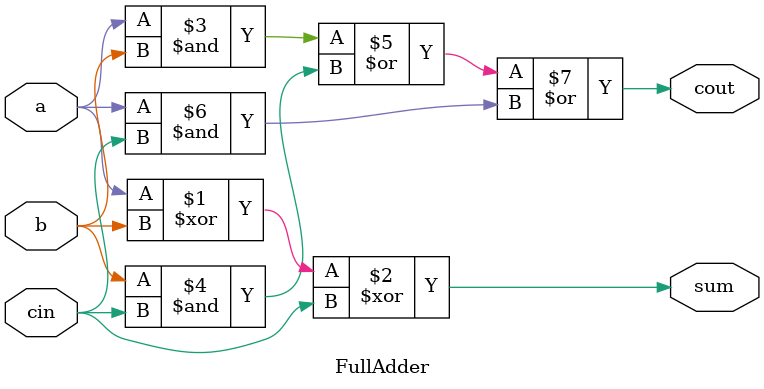
<source format=v>
`timescale 1ns / 1ps
module FullAdder(
    input  a,
    input  b,
    input cin,
    output  sum,
    output cout
    );

	assign sum=(a^b^cin);

	assign cout=((a&b)|(b&cin)|(a&cin));

endmodule

</source>
